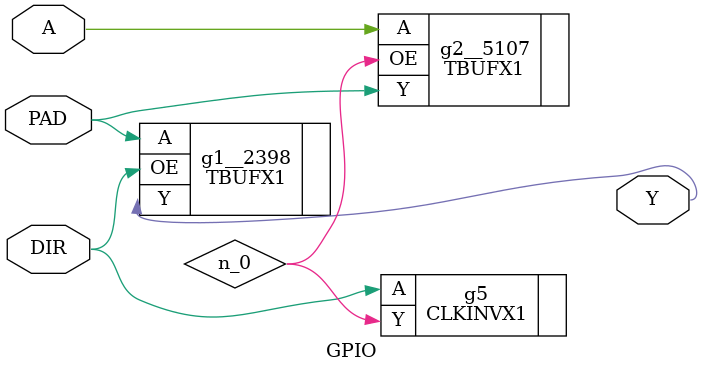
<source format=v>


// Verification Directory fv/GPIO 

module GPIO(A, Y, PAD, DIR);
  input A, DIR;
  output Y;
  inout PAD;
  wire A, DIR;
  wire Y;
  wire PAD;
  wire n_0;
  TBUFX1 g1__2398(.A (PAD), .OE (DIR), .Y (Y));
  TBUFX1 g2__5107(.A (A), .OE (n_0), .Y (PAD));
  CLKINVX1 g5(.A (DIR), .Y (n_0));
endmodule


</source>
